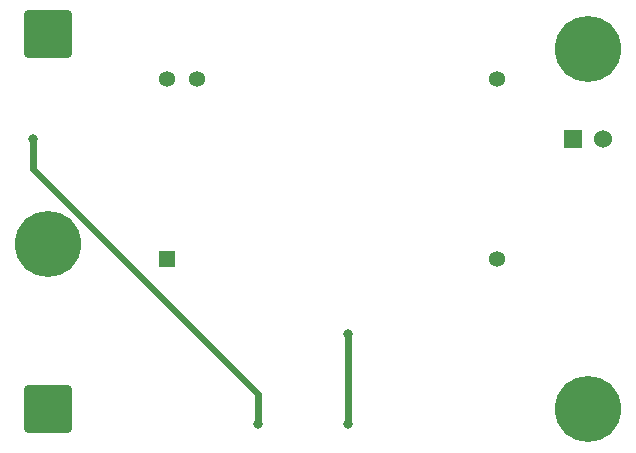
<source format=gbr>
%TF.GenerationSoftware,KiCad,Pcbnew,7.0.2*%
%TF.CreationDate,2023-06-01T11:51:48+02:00*%
%TF.ProjectId,Indicator_voltage,496e6469-6361-4746-9f72-5f766f6c7461,rev?*%
%TF.SameCoordinates,Original*%
%TF.FileFunction,Copper,L2,Bot*%
%TF.FilePolarity,Positive*%
%FSLAX46Y46*%
G04 Gerber Fmt 4.6, Leading zero omitted, Abs format (unit mm)*
G04 Created by KiCad (PCBNEW 7.0.2) date 2023-06-01 11:51:48*
%MOMM*%
%LPD*%
G01*
G04 APERTURE LIST*
G04 Aperture macros list*
%AMRoundRect*
0 Rectangle with rounded corners*
0 $1 Rounding radius*
0 $2 $3 $4 $5 $6 $7 $8 $9 X,Y pos of 4 corners*
0 Add a 4 corners polygon primitive as box body*
4,1,4,$2,$3,$4,$5,$6,$7,$8,$9,$2,$3,0*
0 Add four circle primitives for the rounded corners*
1,1,$1+$1,$2,$3*
1,1,$1+$1,$4,$5*
1,1,$1+$1,$6,$7*
1,1,$1+$1,$8,$9*
0 Add four rect primitives between the rounded corners*
20,1,$1+$1,$2,$3,$4,$5,0*
20,1,$1+$1,$4,$5,$6,$7,0*
20,1,$1+$1,$6,$7,$8,$9,0*
20,1,$1+$1,$8,$9,$2,$3,0*%
G04 Aperture macros list end*
%TA.AperFunction,ComponentPad*%
%ADD10RoundRect,0.250000X-1.750000X-1.750000X1.750000X-1.750000X1.750000X1.750000X-1.750000X1.750000X0*%
%TD*%
%TA.AperFunction,ComponentPad*%
%ADD11R,1.358000X1.358000*%
%TD*%
%TA.AperFunction,ComponentPad*%
%ADD12C,1.358000*%
%TD*%
%TA.AperFunction,ComponentPad*%
%ADD13C,5.600000*%
%TD*%
%TA.AperFunction,ComponentPad*%
%ADD14R,1.530000X1.530000*%
%TD*%
%TA.AperFunction,ComponentPad*%
%ADD15C,1.530000*%
%TD*%
%TA.AperFunction,ViaPad*%
%ADD16C,0.800000*%
%TD*%
%TA.AperFunction,Conductor*%
%ADD17C,0.600000*%
%TD*%
G04 APERTURE END LIST*
D10*
%TO.P,TP3,1,1*%
%TO.N,0*%
X121920000Y-91720000D03*
%TD*%
D11*
%TO.P,PS1,1,+VIN(VCC)*%
%TO.N,/150V*%
X132010000Y-110760000D03*
D12*
%TO.P,PS1,12,-VOUT*%
%TO.N,unconnected-(PS1--VOUT-Pad12)*%
X159950000Y-110760000D03*
%TO.P,PS1,13,+VOUT*%
%TO.N,12V*%
X159950000Y-95540000D03*
%TO.P,PS1,23,-VIN(GND)*%
%TO.N,0*%
X134550000Y-95540000D03*
%TO.P,PS1,24,-VIN(GND)*%
X132010000Y-95540000D03*
%TD*%
D13*
%TO.P,,1*%
%TO.N,N/C*%
X167640000Y-92990000D03*
%TD*%
D14*
%TO.P,J7,1,1*%
%TO.N,12V*%
X166370000Y-100610000D03*
D15*
%TO.P,J7,2,2*%
%TO.N,LED-*%
X168910000Y-100610000D03*
%TD*%
D13*
%TO.P,,1*%
%TO.N,N/C*%
X121920000Y-109500000D03*
%TD*%
D10*
%TO.P,TP1,1,1*%
%TO.N,HV+*%
X121920000Y-123470000D03*
%TD*%
D13*
%TO.P,,1*%
%TO.N,N/C*%
X167640000Y-123470000D03*
%TD*%
D16*
%TO.N,0*%
X120650000Y-100610000D03*
X139700000Y-124740000D03*
%TO.N,5V*%
X147320000Y-117120000D03*
X147320000Y-124740000D03*
%TD*%
D17*
%TO.N,0*%
X120650000Y-103150000D02*
X139700000Y-122200000D01*
X139700000Y-122200000D02*
X139700000Y-124740000D01*
X120650000Y-100610000D02*
X120650000Y-103150000D01*
%TO.N,5V*%
X147320000Y-117120000D02*
X147320000Y-124740000D01*
%TD*%
M02*

</source>
